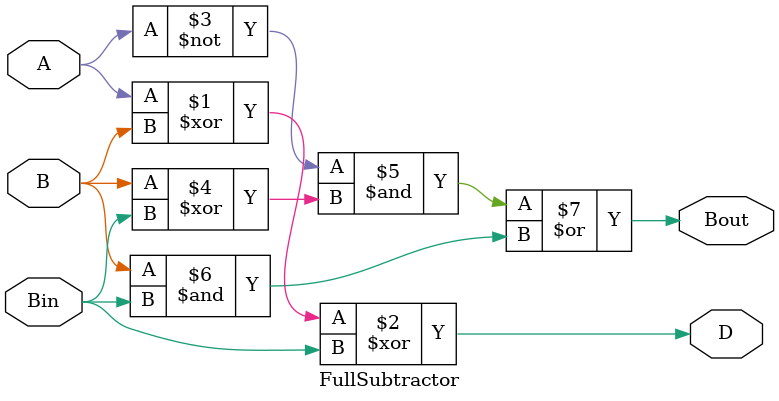
<source format=v>
`timescale 1ns / 1ps


`timescale 1ns / 1ps

module FullSubtractor (
    input A,       // Minuend
    input B,       // Subtrahend
    input Bin,     // Borrow-in
    output D,      // Difference
    output Bout    // Borrow-out
);
    assign D = A ^ B ^ Bin;                     // Â÷ÀÌ °è»ê
    assign Bout = (~A & (B ^ Bin)) | (B & Bin); // Borrow-out °è»ê
    
endmodule


</source>
